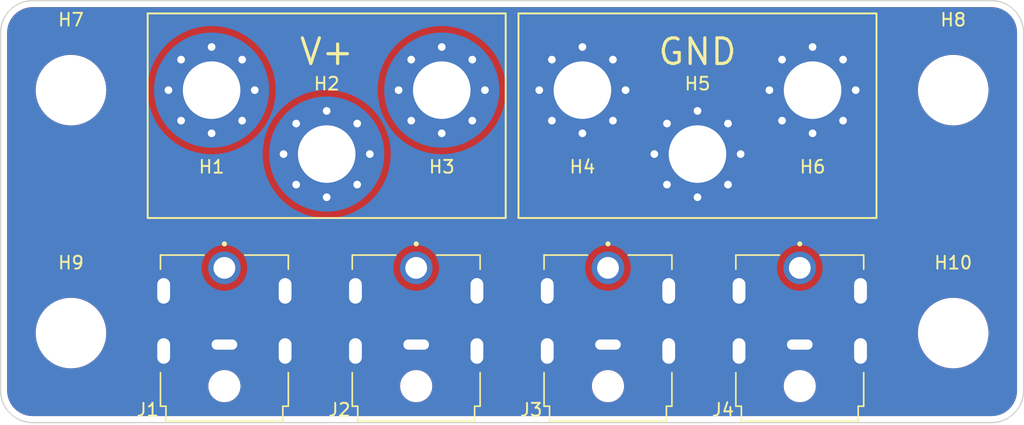
<source format=kicad_pcb>
(kicad_pcb (version 20211014) (generator pcbnew)
  (title_block (title "S-360-xx power supply adapter") (date "2022-11-25") (comment 1 "(C) Adrien RICCIARDI"))
  (layers (0 "F.Cu" signal) (31 "B.Cu" signal) (34 "B.Paste" user) (35 "F.Paste" user) (36 "B.SilkS" user "B.Silkscreen") (37 "F.SilkS" user "F.Silkscreen") (38 "B.Mask" user) (39 "F.Mask" user) (44 "Edge.Cuts" user))
  (net 0 "")
  (net 1 "VDC")
  (net 2 "GND")
  (footprint "MountingHole:MountingHole_4.5mm" (layer "F.Cu") (at 110.5 108)
    (fp_text reference "H9" (at 0 -5.5) (layer "F.SilkS"))
    (fp_text value "MountingHole" hide)
    (pad "" np_thru_hole circle (at 0 0) (size 4.5 4.5) (drill 4.5) (layers *.Cu *.Mask))
  )
  (footprint "MountingHole:MountingHole_4.5mm" (layer "F.Cu") (at 110.5 89)
    (fp_text reference "H7" (at 0 -5.5) (layer "F.SilkS"))
    (fp_text value "MountingHole" hide)
    (pad "" np_thru_hole circle (at 0 0) (size 4.5 4.5) (drill 4.5) (layers *.Cu *.Mask))
  )
  (footprint "PJ-082BH:PJ-082BH" (layer "F.Cu") (at 152.5 102.9)
    (fp_text reference "J3" (at -6 11.1) (layer "F.SilkS"))
    (fp_text value "PJ-082BH" hide)
    (fp_line (start -5 10.82) (end -5 8.195) (layer "F.SilkS") (width 0.127))
    (fp_line (start -5 -1) (end -5 0.105) (layer "F.SilkS") (width 0.127))
    (fp_line (start -4.57 12) (end 4.57 12) (layer "F.SilkS") (width 0.127))
    (fp_line (start -4.57 12) (end -4.57 10.82) (layer "F.SilkS") (width 0.127))
    (fp_line (start -5 10.82) (end -4.57 10.82) (layer "F.SilkS") (width 0.127))
    (fp_line (start 4.57 12) (end 4.57 10.82) (layer "F.SilkS") (width 0.127))
    (fp_line (start 5 10.82) (end 5 8.195) (layer "F.SilkS") (width 0.127))
    (fp_line (start 5 -1) (end 5 0.105) (layer "F.SilkS") (width 0.127))
    (fp_line (start 5 -1) (end 1.595 -1) (layer "F.SilkS") (width 0.127))
    (fp_line (start 5 10.82) (end 4.57 10.82) (layer "F.SilkS") (width 0.127))
    (fp_line (start -1.595 -1) (end -5 -1) (layer "F.SilkS") (width 0.127))
    (fp_circle (center 0 -1.875) (end 0.1 -1.875) (layer "F.SilkS") (width 0.2) (fill none))
    (pad "" np_thru_hole circle (at 0 9.25) (size 1.5 1.5) (drill 1.5) (layers *.Cu *.Mask))
    (pad "1" thru_hole circle (at 0 0) (size 2.55 2.55) (drill 1.7) (layers *.Cu *.Mask) (net 1 "VDC"))
    (pad "2" thru_hole oval (at 0 6) (size 2.700002 1.4) (drill oval 2.005555 0.8) (layers *.Cu *.Mask) (net 2 "GND"))
    (pad "S1" thru_hole oval (at -4.75 6.5) (size 1.75 2.75) (drill oval 1 2) (layers *.Cu *.Mask) (net 2 "GND"))
    (pad "S2" thru_hole oval (at 4.75 6.5) (size 1.75 2.75) (drill oval 1 2) (layers *.Cu *.Mask) (net 2 "GND"))
    (pad "S3" thru_hole oval (at -4.75 1.8) (size 1.75 2.75) (drill oval 1 2) (layers *.Cu *.Mask) (net 2 "GND"))
    (pad "S4" thru_hole oval (at 4.75 1.8) (size 1.75 2.75) (drill oval 1 2) (layers *.Cu *.Mask) (net 2 "GND"))
  )
  (footprint "MountingHole:MountingHole_4.5mm" (layer "F.Cu") (at 179.5 89)
    (fp_text reference "H8" (at 0 -5.5) (layer "F.SilkS"))
    (fp_text value "MountingHole" hide)
    (pad "" np_thru_hole circle (at 0 0) (size 4.5 4.5) (drill 4.5) (layers *.Cu *.Mask))
  )
  (footprint "MountingHole:MountingHole_4.5mm_Pad_Via" (layer "F.Cu") (at 150.5 89)
    (fp_text reference "H4" (at 0 6) (layer "F.SilkS"))
    (fp_text value "GND" hide)
    (pad "1" thru_hole circle (at 0 3.375) (size 0.9 0.9) (drill 0.6) (layers *.Cu *.Mask) (net 2 "GND"))
    (pad "1" thru_hole circle (at -3.375 0) (size 0.9 0.9) (drill 0.6) (layers *.Cu *.Mask) (net 2 "GND"))
    (pad "1" thru_hole circle (at 2.386485 -2.386485) (size 0.9 0.9) (drill 0.6) (layers *.Cu *.Mask) (net 2 "GND"))
    (pad "1" thru_hole circle (at -2.386485 -2.386485) (size 0.9 0.9) (drill 0.6) (layers *.Cu *.Mask) (net 2 "GND"))
    (pad "1" thru_hole circle (at -2.386485 2.386485) (size 0.9 0.9) (drill 0.6) (layers *.Cu *.Mask) (net 2 "GND"))
    (pad "1" thru_hole circle (at 0 -3.375) (size 0.9 0.9) (drill 0.6) (layers *.Cu *.Mask) (net 2 "GND"))
    (pad "1" thru_hole circle (at 0 0) (size 9 9) (drill 4.5) (layers *.Cu *.Mask) (net 2 "GND"))
    (pad "1" thru_hole circle (at 2.386485 2.386485) (size 0.9 0.9) (drill 0.6) (layers *.Cu *.Mask) (net 2 "GND"))
    (pad "1" thru_hole circle (at 3.375 0) (size 0.9 0.9) (drill 0.6) (layers *.Cu *.Mask) (net 2 "GND"))
  )
  (footprint "MountingHole:MountingHole_4.5mm_Pad_Via" (layer "F.Cu") (at 121.5 89)
    (fp_text reference "H1" (at 0 6) (layer "F.SilkS"))
    (fp_text value "V+" hide)
    (pad "1" thru_hole circle (at 0 3.375) (size 0.9 0.9) (drill 0.6) (layers *.Cu *.Mask) (net 1 "VDC"))
    (pad "1" thru_hole circle (at -3.375 0) (size 0.9 0.9) (drill 0.6) (layers *.Cu *.Mask) (net 1 "VDC"))
    (pad "1" thru_hole circle (at 0 0) (size 9 9) (drill 4.5) (layers *.Cu *.Mask) (net 1 "VDC"))
    (pad "1" thru_hole circle (at -2.386485 -2.386485) (size 0.9 0.9) (drill 0.6) (layers *.Cu *.Mask) (net 1 "VDC"))
    (pad "1" thru_hole circle (at -2.386485 2.386485) (size 0.9 0.9) (drill 0.6) (layers *.Cu *.Mask) (net 1 "VDC"))
    (pad "1" thru_hole circle (at 0 -3.375) (size 0.9 0.9) (drill 0.6) (layers *.Cu *.Mask) (net 1 "VDC"))
    (pad "1" thru_hole circle (at 2.386485 2.386485) (size 0.9 0.9) (drill 0.6) (layers *.Cu *.Mask) (net 1 "VDC"))
    (pad "1" thru_hole circle (at 3.375 0) (size 0.9 0.9) (drill 0.6) (layers *.Cu *.Mask) (net 1 "VDC"))
    (pad "1" thru_hole circle (at 2.386485 -2.386485) (size 0.9 0.9) (drill 0.6) (layers *.Cu *.Mask) (net 1 "VDC"))
  )
  (footprint "MountingHole:MountingHole_4.5mm_Pad_Via" (layer "F.Cu") (at 168.5 89)
    (fp_text reference "H6" (at 0 6) (layer "F.SilkS"))
    (fp_text value "GND" hide)
    (pad "1" thru_hole circle (at 2.386485 -2.386485) (size 0.9 0.9) (drill 0.6) (layers *.Cu *.Mask) (net 2 "GND"))
    (pad "1" thru_hole circle (at -2.386485 -2.386485) (size 0.9 0.9) (drill 0.6) (layers *.Cu *.Mask) (net 2 "GND"))
    (pad "1" thru_hole circle (at 0 0) (size 9 9) (drill 4.5) (layers *.Cu *.Mask) (net 2 "GND"))
    (pad "1" thru_hole circle (at 0 3.375) (size 0.9 0.9) (drill 0.6) (layers *.Cu *.Mask) (net 2 "GND"))
    (pad "1" thru_hole circle (at -3.375 0) (size 0.9 0.9) (drill 0.6) (layers *.Cu *.Mask) (net 2 "GND"))
    (pad "1" thru_hole circle (at 3.375 0) (size 0.9 0.9) (drill 0.6) (layers *.Cu *.Mask) (net 2 "GND"))
    (pad "1" thru_hole circle (at -2.386485 2.386485) (size 0.9 0.9) (drill 0.6) (layers *.Cu *.Mask) (net 2 "GND"))
    (pad "1" thru_hole circle (at 0 -3.375) (size 0.9 0.9) (drill 0.6) (layers *.Cu *.Mask) (net 2 "GND"))
    (pad "1" thru_hole circle (at 2.386485 2.386485) (size 0.9 0.9) (drill 0.6) (layers *.Cu *.Mask) (net 2 "GND"))
  )
  (footprint "MountingHole:MountingHole_4.5mm_Pad_Via" (layer "F.Cu") (at 159.5 94)
    (fp_text reference "H5" (at 0 -5.5) (layer "F.SilkS"))
    (fp_text value "GND" hide)
    (pad "1" thru_hole circle (at 2.386485 2.386485) (size 0.9 0.9) (drill 0.6) (layers *.Cu *.Mask) (net 2 "GND"))
    (pad "1" thru_hole circle (at -2.386485 -2.386485) (size 0.9 0.9) (drill 0.6) (layers *.Cu *.Mask) (net 2 "GND"))
    (pad "1" thru_hole circle (at 0 0) (size 9 9) (drill 4.5) (layers *.Cu *.Mask) (net 2 "GND"))
    (pad "1" thru_hole circle (at -3.375 0) (size 0.9 0.9) (drill 0.6) (layers *.Cu *.Mask) (net 2 "GND"))
    (pad "1" thru_hole circle (at 0 -3.375) (size 0.9 0.9) (drill 0.6) (layers *.Cu *.Mask) (net 2 "GND"))
    (pad "1" thru_hole circle (at -2.386485 2.386485) (size 0.9 0.9) (drill 0.6) (layers *.Cu *.Mask) (net 2 "GND"))
    (pad "1" thru_hole circle (at 2.386485 -2.386485) (size 0.9 0.9) (drill 0.6) (layers *.Cu *.Mask) (net 2 "GND"))
    (pad "1" thru_hole circle (at 0 3.375) (size 0.9 0.9) (drill 0.6) (layers *.Cu *.Mask) (net 2 "GND"))
    (pad "1" thru_hole circle (at 3.375 0) (size 0.9 0.9) (drill 0.6) (layers *.Cu *.Mask) (net 2 "GND"))
  )
  (footprint "PJ-082BH:PJ-082BH" (layer "F.Cu") (at 122.5 102.9)
    (fp_text reference "J1" (at -6 11.1) (layer "F.SilkS"))
    (fp_text value "PJ-082BH" hide)
    (fp_line (start 5 10.82) (end 4.57 10.82) (layer "F.SilkS") (width 0.127))
    (fp_line (start 5 -1) (end 1.595 -1) (layer "F.SilkS") (width 0.127))
    (fp_line (start -1.595 -1) (end -5 -1) (layer "F.SilkS") (width 0.127))
    (fp_line (start -5 10.82) (end -5 8.195) (layer "F.SilkS") (width 0.127))
    (fp_line (start -4.57 12) (end 4.57 12) (layer "F.SilkS") (width 0.127))
    (fp_line (start 4.57 12) (end 4.57 10.82) (layer "F.SilkS") (width 0.127))
    (fp_line (start 5 10.82) (end 5 8.195) (layer "F.SilkS") (width 0.127))
    (fp_line (start -4.57 12) (end -4.57 10.82) (layer "F.SilkS") (width 0.127))
    (fp_line (start -5 10.82) (end -4.57 10.82) (layer "F.SilkS") (width 0.127))
    (fp_line (start -5 -1) (end -5 0.105) (layer "F.SilkS") (width 0.127))
    (fp_line (start 5 -1) (end 5 0.105) (layer "F.SilkS") (width 0.127))
    (fp_circle (center 0 -1.875) (end 0.1 -1.875) (layer "F.SilkS") (width 0.2) (fill none))
    (pad "" np_thru_hole circle (at 0 9.25) (size 1.5 1.5) (drill 1.5) (layers *.Cu *.Mask))
    (pad "1" thru_hole circle (at 0 0) (size 2.55 2.55) (drill 1.7) (layers *.Cu *.Mask) (net 1 "VDC"))
    (pad "2" thru_hole oval (at 0 6) (size 2.700002 1.4) (drill oval 2.005555 0.8) (layers *.Cu *.Mask) (net 2 "GND"))
    (pad "S1" thru_hole oval (at -4.75 6.5) (size 1.75 2.75) (drill oval 1 2) (layers *.Cu *.Mask) (net 2 "GND"))
    (pad "S2" thru_hole oval (at 4.75 6.5) (size 1.75 2.75) (drill oval 1 2) (layers *.Cu *.Mask) (net 2 "GND"))
    (pad "S3" thru_hole oval (at -4.75 1.8) (size 1.75 2.75) (drill oval 1 2) (layers *.Cu *.Mask) (net 2 "GND"))
    (pad "S4" thru_hole oval (at 4.75 1.8) (size 1.75 2.75) (drill oval 1 2) (layers *.Cu *.Mask) (net 2 "GND"))
  )
  (footprint "PJ-082BH:PJ-082BH" (layer "F.Cu") (at 137.5 102.9)
    (fp_text reference "J2" (at -6 11.1) (layer "F.SilkS"))
    (fp_text value "PJ-082BH" hide)
    (fp_line (start 5 -1) (end 1.595 -1) (layer "F.SilkS") (width 0.127))
    (fp_line (start -4.57 12) (end 4.57 12) (layer "F.SilkS") (width 0.127))
    (fp_line (start -4.57 12) (end -4.57 10.82) (layer "F.SilkS") (width 0.127))
    (fp_line (start 5 10.82) (end 4.57 10.82) (layer "F.SilkS") (width 0.127))
    (fp_line (start 5 10.82) (end 5 8.195) (layer "F.SilkS") (width 0.127))
    (fp_line (start -1.595 -1) (end -5 -1) (layer "F.SilkS") (width 0.127))
    (fp_line (start 4.57 12) (end 4.57 10.82) (layer "F.SilkS") (width 0.127))
    (fp_line (start -5 10.82) (end -5 8.195) (layer "F.SilkS") (width 0.127))
    (fp_line (start -5 10.82) (end -4.57 10.82) (layer "F.SilkS") (width 0.127))
    (fp_line (start -5 -1) (end -5 0.105) (layer "F.SilkS") (width 0.127))
    (fp_line (start 5 -1) (end 5 0.105) (layer "F.SilkS") (width 0.127))
    (fp_circle (center 0 -1.875) (end 0.1 -1.875) (layer "F.SilkS") (width 0.2) (fill none))
    (pad "" np_thru_hole circle (at 0 9.25) (size 1.5 1.5) (drill 1.5) (layers *.Cu *.Mask))
    (pad "1" thru_hole circle (at 0 0) (size 2.55 2.55) (drill 1.7) (layers *.Cu *.Mask) (net 1 "VDC"))
    (pad "2" thru_hole oval (at 0 6) (size 2.700002 1.4) (drill oval 2.005555 0.8) (layers *.Cu *.Mask) (net 2 "GND"))
    (pad "S1" thru_hole oval (at -4.75 6.5) (size 1.75 2.75) (drill oval 1 2) (layers *.Cu *.Mask) (net 2 "GND"))
    (pad "S2" thru_hole oval (at 4.75 6.5) (size 1.75 2.75) (drill oval 1 2) (layers *.Cu *.Mask) (net 2 "GND"))
    (pad "S3" thru_hole oval (at -4.75 1.8) (size 1.75 2.75) (drill oval 1 2) (layers *.Cu *.Mask) (net 2 "GND"))
    (pad "S4" thru_hole oval (at 4.75 1.8) (size 1.75 2.75) (drill oval 1 2) (layers *.Cu *.Mask) (net 2 "GND"))
  )
  (footprint "PJ-082BH:PJ-082BH" (layer "F.Cu") (at 167.5 102.9)
    (fp_text reference "J4" (at -6 11.1) (layer "F.SilkS"))
    (fp_text value "PJ-082BH" hide)
    (fp_line (start -5 -1) (end -5 0.105) (layer "F.SilkS") (width 0.127))
    (fp_line (start -4.57 12) (end -4.57 10.82) (layer "F.SilkS") (width 0.127))
    (fp_line (start 5 -1) (end 5 0.105) (layer "F.SilkS") (width 0.127))
    (fp_line (start 5 10.82) (end 5 8.195) (layer "F.SilkS") (width 0.127))
    (fp_line (start -5 10.82) (end -4.57 10.82) (layer "F.SilkS") (width 0.127))
    (fp_line (start 5 10.82) (end 4.57 10.82) (layer "F.SilkS") (width 0.127))
    (fp_line (start -1.595 -1) (end -5 -1) (layer "F.SilkS") (width 0.127))
    (fp_line (start -5 10.82) (end -5 8.195) (layer "F.SilkS") (width 0.127))
    (fp_line (start 5 -1) (end 1.595 -1) (layer "F.SilkS") (width 0.127))
    (fp_line (start -4.57 12) (end 4.57 12) (layer "F.SilkS") (width 0.127))
    (fp_line (start 4.57 12) (end 4.57 10.82) (layer "F.SilkS") (width 0.127))
    (fp_circle (center 0 -1.875) (end 0.1 -1.875) (layer "F.SilkS") (width 0.2) (fill none))
    (pad "" np_thru_hole circle (at 0 9.25) (size 1.5 1.5) (drill 1.5) (layers *.Cu *.Mask))
    (pad "1" thru_hole circle (at 0 0) (size 2.55 2.55) (drill 1.7) (layers *.Cu *.Mask) (net 1 "VDC"))
    (pad "2" thru_hole oval (at 0 6) (size 2.700002 1.4) (drill oval 2.005555 0.8) (layers *.Cu *.Mask) (net 2 "GND"))
    (pad "S1" thru_hole oval (at -4.75 6.5) (size 1.75 2.75) (drill oval 1 2) (layers *.Cu *.Mask) (net 2 "GND"))
    (pad "S2" thru_hole oval (at 4.75 6.5) (size 1.75 2.75) (drill oval 1 2) (layers *.Cu *.Mask) (net 2 "GND"))
    (pad "S3" thru_hole oval (at -4.75 1.8) (size 1.75 2.75) (drill oval 1 2) (layers *.Cu *.Mask) (net 2 "GND"))
    (pad "S4" thru_hole oval (at 4.75 1.8) (size 1.75 2.75) (drill oval 1 2) (layers *.Cu *.Mask) (net 2 "GND"))
  )
  (footprint "MountingHole:MountingHole_4.5mm_Pad_Via" (layer "F.Cu") (at 130.5 94)
    (fp_text reference "H2" (at 0 -5.5) (layer "F.SilkS"))
    (fp_text value "V+" hide)
    (pad "1" thru_hole circle (at -3.375 0) (size 0.9 0.9) (drill 0.6) (layers *.Cu *.Mask) (net 1 "VDC"))
    (pad "1" thru_hole circle (at 0 0) (size 9 9) (drill 4.5) (layers *.Cu *.Mask) (net 1 "VDC"))
    (pad "1" thru_hole circle (at -2.386485 2.386485) (size 0.9 0.9) (drill 0.6) (layers *.Cu *.Mask) (net 1 "VDC"))
    (pad "1" thru_hole circle (at 2.386485 2.386485) (size 0.9 0.9) (drill 0.6) (layers *.Cu *.Mask) (net 1 "VDC"))
    (pad "1" thru_hole circle (at 3.375 0) (size 0.9 0.9) (drill 0.6) (layers *.Cu *.Mask) (net 1 "VDC"))
    (pad "1" thru_hole circle (at -2.386485 -2.386485) (size 0.9 0.9) (drill 0.6) (layers *.Cu *.Mask) (net 1 "VDC"))
    (pad "1" thru_hole circle (at 0 -3.375) (size 0.9 0.9) (drill 0.6) (layers *.Cu *.Mask) (net 1 "VDC"))
    (pad "1" thru_hole circle (at 0 3.375) (size 0.9 0.9) (drill 0.6) (layers *.Cu *.Mask) (net 1 "VDC"))
    (pad "1" thru_hole circle (at 2.386485 -2.386485) (size 0.9 0.9) (drill 0.6) (layers *.Cu *.Mask) (net 1 "VDC"))
  )
  (footprint "MountingHole:MountingHole_4.5mm" (layer "F.Cu") (at 179.5 108)
    (fp_text reference "H10" (at 0 -5.5) (layer "F.SilkS"))
    (fp_text value "MountingHole" hide)
    (pad "" np_thru_hole circle (at 0 0) (size 4.5 4.5) (drill 4.5) (layers *.Cu *.Mask))
  )
  (footprint "MountingHole:MountingHole_4.5mm_Pad_Via" (layer "F.Cu") (at 139.5 89)
    (fp_text reference "H3" (at 0 6) (layer "F.SilkS"))
    (fp_text value "V+" hide)
    (pad "1" thru_hole circle (at 3.375 0) (size 0.9 0.9) (drill 0.6) (layers *.Cu *.Mask) (net 1 "VDC"))
    (pad "1" thru_hole circle (at -3.375 0) (size 0.9 0.9) (drill 0.6) (layers *.Cu *.Mask) (net 1 "VDC"))
    (pad "1" thru_hole circle (at 0 -3.375) (size 0.9 0.9) (drill 0.6) (layers *.Cu *.Mask) (net 1 "VDC"))
    (pad "1" thru_hole circle (at -2.386485 -2.386485) (size 0.9 0.9) (drill 0.6) (layers *.Cu *.Mask) (net 1 "VDC"))
    (pad "1" thru_hole circle (at 0 3.375) (size 0.9 0.9) (drill 0.6) (layers *.Cu *.Mask) (net 1 "VDC"))
    (pad "1" thru_hole circle (at 2.386485 -2.386485) (size 0.9 0.9) (drill 0.6) (layers *.Cu *.Mask) (net 1 "VDC"))
    (pad "1" thru_hole circle (at 2.386485 2.386485) (size 0.9 0.9) (drill 0.6) (layers *.Cu *.Mask) (net 1 "VDC"))
    (pad "1" thru_hole circle (at 0 0) (size 9 9) (drill 4.5) (layers *.Cu *.Mask) (net 1 "VDC"))
    (pad "1" thru_hole circle (at -2.386485 2.386485) (size 0.9 0.9) (drill 0.6) (layers *.Cu *.Mask) (net 1 "VDC"))
  )
  (gr_rect (start 116.5 83) (end 144.5 99) (layer "F.SilkS") (width 0.15) (fill none))
  (gr_rect (start 145.5 83) (end 173.5 99) (layer "F.SilkS") (width 0.15) (fill none))
  (gr_line (start 185 84.5) (end 185 112.5) (layer "Edge.Cuts") (width 0.1))
  (gr_arc (start 105 84.5) (mid 105.732233 82.732233) (end 107.5 82) (layer "Edge.Cuts") (width 0.1))
  (gr_arc (start 185 112.5) (mid 184.267767 114.267767) (end 182.5 115) (layer "Edge.Cuts") (width 0.1))
  (gr_line (start 107.5 82) (end 182.5 82) (layer "Edge.Cuts") (width 0.1))
  (gr_line (start 107.5 115) (end 182.5 115) (layer "Edge.Cuts") (width 0.1))
  (gr_line (start 105 84.5) (end 105 112.5) (layer "Edge.Cuts") (width 0.1))
  (gr_arc (start 107.5 115) (mid 105.732233 114.267767) (end 105 112.5) (layer "Edge.Cuts") (width 0.1))
  (gr_arc (start 182.5 82) (mid 184.267767 82.732233) (end 185 84.5) (layer "Edge.Cuts") (width 0.1))
  (gr_text "V+" (at 130.5 86) (layer "F.SilkS") (effects (font (size 2 2) (thickness 0.25))))
  (gr_text "GND" (at 159.5 86) (layer "F.SilkS") (effects (font (size 2 2) (thickness 0.25))))
  (zone (net 1) (net_name "VDC") (layer "F.Cu") (connect_pads yes (clearance 0.508)) (min_thickness 0.254) (fill yes (thermal_gap 0.508) (thermal_bridge_width 0.508))
    (polygon (pts (xy 185 115) (xy 105 115) (xy 105 82) (xy 185 82)))
  )
  (zone (net 2) (net_name "GND") (layer "B.Cu") (connect_pads yes (clearance 0.508)) (min_thickness 0.254) (fill yes (thermal_gap 0.508) (thermal_bridge_width 0.508))
    (polygon (pts (xy 185 115) (xy 105 115) (xy 105 82) (xy 185 82)))
  )
)
</source>
